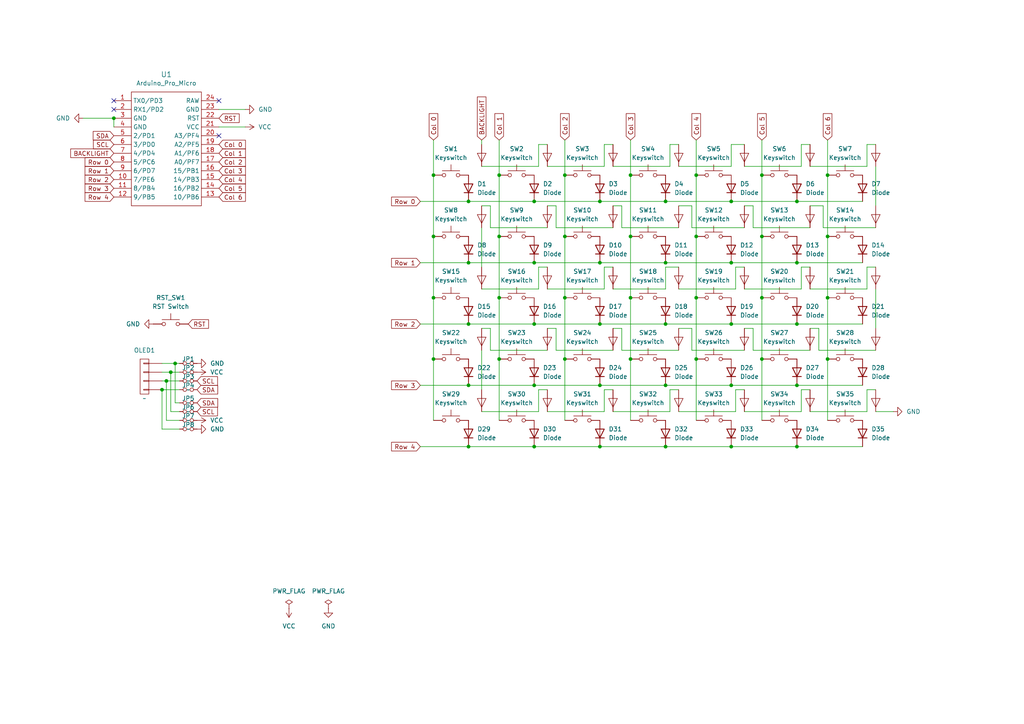
<source format=kicad_sch>
(kicad_sch (version 20230121) (generator eeschema)
  (paper "A4")
  (lib_symbols
    (symbol "Sigzil:Sigzil_Diode" (pin_numbers hide) (pin_names hide)
      (property "Reference" "D" (at 0 0 0))
      (property "Value" "Diode" (at 0 -5.08 0))
      (symbol "Sigzil_Diode_0_1"
        (polyline (pts (xy 0 -1.27) (xy 0 -3.81)) (stroke (width 0.254)))
        (polyline (pts (xy 2.54 -2.54) (xy 0 -2.54)))
        (polyline (pts (xy 2.54 -1.27) (xy 2.54 -3.81) (xy 0 -2.54) (xy 2.54 -1.27)) (stroke (width 0.254)))
      )
      (symbol "Sigzil_Diode_1_1"
        (pin passive line (at -2.54 -2.54 0) (length 2.54) (name "K") (number "1"))
        (pin passive line (at 5.08 -2.54 180) (length 2.54) (name "A") (number "2"))
      )
    )
    (symbol "Sigzil:Sigzil_Jumper" (pin_numbers hide) (pin_names hide)
      (property "Reference" "JP" (at 0 -1.27 0))
      (symbol "Sigzil_Jumper_0_1"
        (circle (center -1.016 0) (radius 0.508))
        (circle (center 1.016 0) (radius 0.508))
        (pin passive line (at -2.54 0 0) (length 1.016) (name "1") (number "1"))
        (pin passive line (at 2.54 0 180) (length 1.016) (name "2") (number "2"))
      )
    )
    (symbol "Sigzil:Sigzil_Keyswitch" (pin_numbers hide) (pin_names hide)
      (property "Reference" "SW" (at 2.54 2.54 0))
      (property "Value" "Keyswitch" (at 0 -2.54 0))
      (symbol "Sigzil_Keyswitch_0_1"
        (circle (center -2.032 0) (radius 0.508))
        (polyline (pts (xy 0 1.27) (xy 0 3.048)))
        (polyline (pts (xy 2.54 1.27) (xy -2.54 1.27)))
        (polyline (pts (xy 8.89 5.08) (xy 8.89 6.35)))
        (polyline (pts (xy 10.16 6.35) (xy 8.89 3.81) (xy 7.62 6.35) (xy 10.16 6.35)))
        (circle (center 2.032 0) (radius 0.508))
        (pin passive line (at -5.08 0 0) (length 2.54) (name "1") (number "1"))
        (pin passive line (at 5.08 0 180) (length 2.54) (name "2") (number "2"))
      )
      (symbol "Sigzil_Keyswitch_1_1"
        (pin passive line (at 8.89 8.89 270) (length 2.54) (name "") (number "3"))
        (pin passive line (at 8.89 2.54 90) (length 2.54) (name "") (number "4"))
      )
    )
    (symbol "Sigzil:Sigzil_OLED" (pin_numbers hide) (pin_names hide)
      (property "Reference" "OLED" (at 0 6.35 0))
      (symbol "Sigzil_OLED_0_1"
        (rectangle (start -1.27 -3.683) (end 0.254 -3.937))
        (rectangle (start -1.27 -1.143) (end 0.254 -1.397))
        (rectangle (start -1.27 1.397) (end 0.254 1.143))
        (rectangle (start -1.27 3.937) (end 0.254 3.683))
        (rectangle (start -1.27 5.08) (end 1.27 -5.08))
      )
      (symbol "Sigzil_OLED_1_1"
        (pin passive line (at -5.08 3.81 0) (length 3.81) (name "P1") (number "1"))
        (pin passive line (at -5.08 1.27 0) (length 3.81) (name "P2") (number "2"))
        (pin passive line (at -5.08 -1.27 0) (length 3.81) (name "P3") (number "3"))
        (pin passive line (at -5.08 -3.81 0) (length 3.81) (name "P4") (number "4"))
      )
    )
    (symbol "Sigzil:Sigzil_Pro_Micro"
      (property "Reference" "U" (at 0 0 0))
      (property "Value" "Arduino_Pro_Micro" (at 0 -17.78 0))
      (symbol "Sigzil_Pro_Micro_0_1"
        (rectangle (start -10.16 16.51) (end 10.16 -16.51))
      )
      (symbol "Sigzil_Pro_Micro_1_1"
        (pin input line (at -15.24 13.97 0) (length 5.08) (name "TX0/PD3") (number "1"))
        (pin input line (at -15.24 -8.89 0) (length 5.08) (name "7/PE6") (number "10"))
        (pin input line (at -15.24 -11.43 0) (length 5.08) (name "8/PB4") (number "11"))
        (pin input line (at -15.24 -13.97 0) (length 5.08) (name "9/PB5") (number "12"))
        (pin input line (at 15.24 -13.97 180) (length 5.08) (name "10/PB6") (number "13"))
        (pin input line (at 15.24 -11.43 180) (length 5.08) (name "16/PB2") (number "14"))
        (pin input line (at 15.24 -8.89 180) (length 5.08) (name "14/PB3") (number "15"))
        (pin input line (at 15.24 -6.35 180) (length 5.08) (name "15/PB1") (number "16"))
        (pin input line (at 15.24 -3.81 180) (length 5.08) (name "A0/PF7") (number "17"))
        (pin input line (at 15.24 -1.27 180) (length 5.08) (name "A1/PF6") (number "18"))
        (pin input line (at 15.24 1.27 180) (length 5.08) (name "A2/PF5") (number "19"))
        (pin input line (at -15.24 11.43 0) (length 5.08) (name "RX1/PD2") (number "2"))
        (pin input line (at 15.24 3.81 180) (length 5.08) (name "A3/PF4") (number "20"))
        (pin input line (at 15.24 6.35 180) (length 5.08) (name "VCC") (number "21"))
        (pin input line (at 15.24 8.89 180) (length 5.08) (name "RST") (number "22"))
        (pin input line (at 15.24 11.43 180) (length 5.08) (name "GND") (number "23"))
        (pin input line (at 15.24 13.97 180) (length 5.08) (name "RAW") (number "24"))
        (pin input line (at -15.24 8.89 0) (length 5.08) (name "GND") (number "3"))
        (pin input line (at -15.24 6.35 0) (length 5.08) (name "GND") (number "4"))
        (pin input line (at -15.24 3.81 0) (length 5.08) (name "2/PD1") (number "5"))
        (pin input line (at -15.24 1.27 0) (length 5.08) (name "3/PD0") (number "6"))
        (pin input line (at -15.24 -1.27 0) (length 5.08) (name "4/PD4") (number "7"))
        (pin input line (at -15.24 -3.81 0) (length 5.08) (name "5/PC6") (number "8"))
        (pin input line (at -15.24 -6.35 0) (length 5.08) (name "6/PD7") (number "9"))
      )
    )
    (symbol "Sigzil:Sigzil_RST_Switch" (pin_numbers hide) (pin_names hide)
      (property "Reference" "RST_SW" (at 0 3.81 0))
      (property "Value" "RST Switch" (at 0 -2.54 0))
      (symbol "Sigzil_RST_Switch_0_1"
        (circle (center -2.032 0) (radius 0.508))
        (polyline (pts (xy 0 1.27) (xy 0 3.048)))
        (polyline (pts (xy 2.54 1.27) (xy -2.54 1.27)))
        (circle (center 2.032 0) (radius 0.508))
        (pin passive line (at -5.08 0 0) (length 2.54) (name "1") (number "1"))
        (pin passive line (at 5.08 0 180) (length 2.54) (name "2") (number "2"))
      )
    )
    (symbol "power:GND" (power) (pin_names (offset 0))
      (property "Value" "GND" (at 0 -3.81 0))
      (symbol "GND_0_1"
        (polyline (pts (xy 0 0) (xy 0 -1.27) (xy 1.27 -1.27) (xy 0 -2.54) (xy -1.27 -1.27) (xy 0 -1.27)))
      )
      (symbol "GND_1_1"
        (pin power_in line (at 0 0 270) (length 0) hide (name "GND") (number "1"))
      )
    )
    (symbol "power:PWR_FLAG" (power) (pin_numbers hide) (pin_names (offset 0) hide)
      (property "Value" "PWR_FLAG" (at 0 3.81 0))
      (symbol "PWR_FLAG_0_0"
        (pin power_out line (at 0 0 90) (length 0) (name "pwr") (number "1"))
      )
      (symbol "PWR_FLAG_0_1"
        (polyline (pts (xy 0 0) (xy 0 1.27) (xy -1.016 1.905) (xy 0 2.54) (xy 1.016 1.905) (xy 0 1.27)))
      )
    )
    (symbol "power:VCC" (power) (pin_names (offset 0))
      (property "Value" "VCC" (at 0 3.81 0))
      (symbol "VCC_0_1"
        (polyline (pts (xy -0.762 1.27) (xy 0 2.54)))
        (polyline (pts (xy 0 0) (xy 0 2.54)))
        (polyline (pts (xy 0 2.54) (xy 0.762 1.27)))
      )
      (symbol "VCC_1_1"
        (pin power_in line (at 0 0 90) (length 0) hide (name "VCC") (number "1"))
      )
    )
  )
  (junction (at 144.78 68.58))
  (junction (at 193.04 93.98))
  (junction (at 163.83 86.36))
  (junction (at 240.03 50.8))
  (junction (at 154.94 129.54))
  (junction (at 193.04 111.76))
  (junction (at 135.89 93.98))
  (junction (at 163.83 68.58))
  (junction (at 182.88 86.36))
  (junction (at 193.04 76.2))
  (junction (at 125.73 68.58))
  (junction (at 240.03 104.14))
  (junction (at 231.14 111.76))
  (junction (at 163.83 50.8))
  (junction (at 135.89 76.2))
  (junction (at 125.73 50.8))
  (junction (at 135.89 129.54))
  (junction (at 125.73 104.14))
  (junction (at 212.09 111.76))
  (junction (at 182.88 50.8))
  (junction (at 220.98 104.14))
  (junction (at 144.78 104.14))
  (junction (at 33.02 34.29))
  (junction (at 182.88 68.58))
  (junction (at 220.98 50.8))
  (junction (at 173.99 58.42))
  (junction (at 173.99 93.98))
  (junction (at 46.99 113.03))
  (junction (at 173.99 76.2))
  (junction (at 201.93 50.8))
  (junction (at 173.99 111.76))
  (junction (at 212.09 129.54))
  (junction (at 220.98 68.58))
  (junction (at 48.26 110.49))
  (junction (at 163.83 104.14))
  (junction (at 231.14 58.42))
  (junction (at 49.53 107.95))
  (junction (at 144.78 50.8))
  (junction (at 154.94 93.98))
  (junction (at 135.89 111.76))
  (junction (at 201.93 68.58))
  (junction (at 201.93 86.36))
  (junction (at 135.89 58.42))
  (junction (at 193.04 58.42))
  (junction (at 154.94 76.2))
  (junction (at 212.09 58.42))
  (junction (at 144.78 86.36))
  (junction (at 182.88 104.14))
  (junction (at 154.94 58.42))
  (junction (at 231.14 93.98))
  (junction (at 173.99 129.54))
  (junction (at 212.09 76.2))
  (junction (at 240.03 68.58))
  (junction (at 125.73 86.36))
  (junction (at 220.98 86.36))
  (junction (at 231.14 76.2))
  (junction (at 201.93 104.14))
  (junction (at 231.14 129.54))
  (junction (at 240.03 86.36))
  (junction (at 154.94 111.76))
  (junction (at 193.04 129.54))
  (junction (at 212.09 93.98))
  (junction (at 50.8 105.41))
  (no_connect (at 63.5 29.21))
  (no_connect (at 63.5 39.37))
  (no_connect (at 33.02 31.75))
  (no_connect (at 33.02 29.21))
  (wire (pts (xy 237.49 95.25) (xy 234.95 95.25)))
  (wire (pts (xy 161.29 66.04) (xy 161.29 59.69)))
  (wire (pts (xy 154.94 58.42) (xy 173.99 58.42)))
  (wire (pts (xy 50.8 116.84) (xy 50.8 105.41)))
  (wire (pts (xy 231.14 93.98) (xy 250.19 93.98)))
  (wire (pts (xy 193.04 58.42) (xy 212.09 58.42)))
  (wire (pts (xy 163.83 104.14) (xy 163.83 121.92)))
  (wire (pts (xy 215.9 83.82) (xy 232.41 83.82)))
  (wire (pts (xy 251.46 77.47) (xy 254 77.47)))
  (wire (pts (xy 48.26 110.49) (xy 48.26 121.92)))
  (wire (pts (xy 175.26 77.47) (xy 177.8 77.47)))
  (wire (pts (xy 135.89 76.2) (xy 154.94 76.2)))
  (wire (pts (xy 161.29 101.6) (xy 161.29 95.25)))
  (wire (pts (xy 194.31 48.26) (xy 194.31 41.91)))
  (wire (pts (xy 142.24 101.6) (xy 142.24 95.25)))
  (wire (pts (xy 163.83 50.8) (xy 163.83 68.58)))
  (wire (pts (xy 135.89 58.42) (xy 154.94 58.42)))
  (wire (pts (xy 220.98 40.64) (xy 220.98 50.8)))
  (wire (pts (xy 196.85 119.38) (xy 213.36 119.38)))
  (wire (pts (xy 177.8 48.26) (xy 194.31 48.26)))
  (wire (pts (xy 156.21 41.91) (xy 158.75 41.91)))
  (wire (pts (xy 238.76 59.69) (xy 234.95 59.69)))
  (wire (pts (xy 212.09 76.2) (xy 231.14 76.2)))
  (wire (pts (xy 48.26 110.49) (xy 52.07 110.49)))
  (wire (pts (xy 196.85 66.04) (xy 180.34 66.04)))
  (wire (pts (xy 154.94 111.76) (xy 173.99 111.76)))
  (wire (pts (xy 200.66 101.6) (xy 200.66 95.25)))
  (wire (pts (xy 193.04 93.98) (xy 212.09 93.98)))
  (wire (pts (xy 177.8 83.82) (xy 193.04 83.82)))
  (wire (pts (xy 175.26 41.91) (xy 177.8 41.91)))
  (wire (pts (xy 177.8 101.6) (xy 161.29 101.6)))
  (wire (pts (xy 182.88 68.58) (xy 182.88 86.36)))
  (wire (pts (xy 125.73 104.14) (xy 125.73 121.92)))
  (wire (pts (xy 194.31 119.38) (xy 194.31 113.03)))
  (wire (pts (xy 193.04 129.54) (xy 212.09 129.54)))
  (wire (pts (xy 231.14 111.76) (xy 250.19 111.76)))
  (wire (pts (xy 173.99 111.76) (xy 193.04 111.76)))
  (wire (pts (xy 180.34 95.25) (xy 177.8 95.25)))
  (wire (pts (xy 251.46 119.38) (xy 251.46 113.03)))
  (wire (pts (xy 232.41 119.38) (xy 232.41 113.03)))
  (wire (pts (xy 139.7 101.6) (xy 139.7 113.03)))
  (wire (pts (xy 200.66 59.69) (xy 196.85 59.69)))
  (wire (pts (xy 142.24 59.69) (xy 139.7 59.69)))
  (wire (pts (xy 46.99 110.49) (xy 48.26 110.49)))
  (wire (pts (xy 49.53 107.95) (xy 52.07 107.95)))
  (wire (pts (xy 173.99 76.2) (xy 193.04 76.2)))
  (wire (pts (xy 177.8 119.38) (xy 194.31 119.38)))
  (wire (pts (xy 196.85 101.6) (xy 180.34 101.6)))
  (wire (pts (xy 232.41 48.26) (xy 232.41 41.91)))
  (wire (pts (xy 212.09 58.42) (xy 231.14 58.42)))
  (wire (pts (xy 251.46 41.91) (xy 254 41.91)))
  (wire (pts (xy 139.7 119.38) (xy 156.21 119.38)))
  (wire (pts (xy 144.78 104.14) (xy 144.78 121.92)))
  (wire (pts (xy 125.73 40.64) (xy 125.73 50.8)))
  (wire (pts (xy 48.26 121.92) (xy 52.07 121.92)))
  (wire (pts (xy 46.99 113.03) (xy 46.99 124.46)))
  (wire (pts (xy 215.9 119.38) (xy 232.41 119.38)))
  (wire (pts (xy 215.9 101.6) (xy 200.66 101.6)))
  (wire (pts (xy 163.83 40.64) (xy 163.83 50.8)))
  (wire (pts (xy 158.75 101.6) (xy 142.24 101.6)))
  (wire (pts (xy 218.44 101.6) (xy 218.44 95.25)))
  (wire (pts (xy 182.88 86.36) (xy 182.88 104.14)))
  (wire (pts (xy 231.14 58.42) (xy 250.19 58.42)))
  (wire (pts (xy 135.89 93.98) (xy 154.94 93.98)))
  (wire (pts (xy 234.95 83.82) (xy 251.46 83.82)))
  (wire (pts (xy 139.7 48.26) (xy 156.21 48.26)))
  (wire (pts (xy 182.88 50.8) (xy 182.88 68.58)))
  (wire (pts (xy 218.44 66.04) (xy 218.44 59.69)))
  (wire (pts (xy 220.98 104.14) (xy 220.98 121.92)))
  (wire (pts (xy 163.83 86.36) (xy 163.83 104.14)))
  (wire (pts (xy 139.7 83.82) (xy 156.21 83.82)))
  (wire (pts (xy 254 119.38) (xy 259.08 119.38)))
  (wire (pts (xy 46.99 105.41) (xy 50.8 105.41)))
  (wire (pts (xy 232.41 83.82) (xy 232.41 77.47)))
  (wire (pts (xy 240.03 68.58) (xy 240.03 86.36)))
  (wire (pts (xy 49.53 119.38) (xy 52.07 119.38)))
  (wire (pts (xy 254 48.26) (xy 254 59.69)))
  (wire (pts (xy 46.99 124.46) (xy 52.07 124.46)))
  (wire (pts (xy 196.85 48.26) (xy 212.09 48.26)))
  (wire (pts (xy 154.94 76.2) (xy 173.99 76.2)))
  (wire (pts (xy 220.98 68.58) (xy 220.98 86.36)))
  (wire (pts (xy 213.36 77.47) (xy 215.9 77.47)))
  (wire (pts (xy 177.8 66.04) (xy 161.29 66.04)))
  (wire (pts (xy 234.95 119.38) (xy 251.46 119.38)))
  (wire (pts (xy 212.09 93.98) (xy 231.14 93.98)))
  (wire (pts (xy 135.89 111.76) (xy 154.94 111.76)))
  (wire (pts (xy 212.09 41.91) (xy 215.9 41.91)))
  (wire (pts (xy 33.02 34.29) (xy 33.02 36.83)))
  (wire (pts (xy 144.78 50.8) (xy 144.78 68.58)))
  (wire (pts (xy 175.26 48.26) (xy 175.26 41.91)))
  (wire (pts (xy 182.88 40.64) (xy 182.88 50.8)))
  (wire (pts (xy 212.09 129.54) (xy 231.14 129.54)))
  (wire (pts (xy 251.46 113.03) (xy 254 113.03)))
  (wire (pts (xy 240.03 104.14) (xy 240.03 121.92)))
  (wire (pts (xy 158.75 48.26) (xy 175.26 48.26)))
  (wire (pts (xy 121.92 58.42) (xy 135.89 58.42)))
  (wire (pts (xy 175.26 83.82) (xy 175.26 77.47)))
  (wire (pts (xy 50.8 105.41) (xy 52.07 105.41)))
  (wire (pts (xy 232.41 77.47) (xy 234.95 77.47)))
  (wire (pts (xy 125.73 68.58) (xy 125.73 86.36)))
  (wire (pts (xy 144.78 68.58) (xy 144.78 86.36)))
  (wire (pts (xy 158.75 66.04) (xy 142.24 66.04)))
  (wire (pts (xy 180.34 59.69) (xy 177.8 59.69)))
  (wire (pts (xy 139.7 66.04) (xy 139.7 77.47)))
  (wire (pts (xy 201.93 68.58) (xy 201.93 86.36)))
  (wire (pts (xy 156.21 48.26) (xy 156.21 41.91)))
  (wire (pts (xy 232.41 41.91) (xy 234.95 41.91)))
  (wire (pts (xy 139.7 95.25) (xy 142.24 95.25)))
  (wire (pts (xy 156.21 83.82) (xy 156.21 77.47)))
  (wire (pts (xy 201.93 50.8) (xy 201.93 68.58)))
  (wire (pts (xy 194.31 41.91) (xy 196.85 41.91)))
  (wire (pts (xy 220.98 86.36) (xy 220.98 104.14)))
  (wire (pts (xy 156.21 119.38) (xy 156.21 113.03)))
  (wire (pts (xy 125.73 86.36) (xy 125.73 104.14)))
  (wire (pts (xy 154.94 129.54) (xy 173.99 129.54)))
  (wire (pts (xy 182.88 104.14) (xy 182.88 121.92)))
  (wire (pts (xy 142.24 66.04) (xy 142.24 59.69)))
  (wire (pts (xy 125.73 50.8) (xy 125.73 68.58)))
  (wire (pts (xy 135.89 129.54) (xy 154.94 129.54)))
  (wire (pts (xy 121.92 93.98) (xy 135.89 93.98)))
  (wire (pts (xy 180.34 101.6) (xy 180.34 95.25)))
  (wire (pts (xy 52.07 116.84) (xy 50.8 116.84)))
  (wire (pts (xy 251.46 83.82) (xy 251.46 77.47)))
  (wire (pts (xy 161.29 95.25) (xy 158.75 95.25)))
  (wire (pts (xy 240.03 50.8) (xy 240.03 68.58)))
  (wire (pts (xy 63.5 36.83) (xy 71.12 36.83)))
  (wire (pts (xy 193.04 77.47) (xy 196.85 77.47)))
  (wire (pts (xy 200.66 95.25) (xy 196.85 95.25)))
  (wire (pts (xy 163.83 68.58) (xy 163.83 86.36)))
  (wire (pts (xy 251.46 48.26) (xy 251.46 41.91)))
  (wire (pts (xy 218.44 95.25) (xy 215.9 95.25)))
  (wire (pts (xy 254 101.6) (xy 237.49 101.6)))
  (wire (pts (xy 237.49 101.6) (xy 237.49 95.25)))
  (wire (pts (xy 215.9 48.26) (xy 232.41 48.26)))
  (wire (pts (xy 139.7 40.64) (xy 139.7 41.91)))
  (wire (pts (xy 63.5 31.75) (xy 71.12 31.75)))
  (wire (pts (xy 193.04 76.2) (xy 212.09 76.2)))
  (wire (pts (xy 201.93 104.14) (xy 201.93 121.92)))
  (wire (pts (xy 144.78 86.36) (xy 144.78 104.14)))
  (wire (pts (xy 231.14 76.2) (xy 250.19 76.2)))
  (wire (pts (xy 212.09 111.76) (xy 231.14 111.76)))
  (wire (pts (xy 24.13 34.29) (xy 33.02 34.29)))
  (wire (pts (xy 180.34 66.04) (xy 180.34 59.69)))
  (wire (pts (xy 156.21 77.47) (xy 158.75 77.47)))
  (wire (pts (xy 254 66.04) (xy 238.76 66.04)))
  (wire (pts (xy 144.78 40.64) (xy 144.78 50.8)))
  (wire (pts (xy 161.29 59.69) (xy 158.75 59.69)))
  (wire (pts (xy 200.66 66.04) (xy 200.66 59.69)))
  (wire (pts (xy 158.75 119.38) (xy 175.26 119.38)))
  (wire (pts (xy 213.36 83.82) (xy 213.36 77.47)))
  (wire (pts (xy 196.85 83.82) (xy 213.36 83.82)))
  (wire (pts (xy 240.03 86.36) (xy 240.03 104.14)))
  (wire (pts (xy 46.99 107.95) (xy 49.53 107.95)))
  (wire (pts (xy 158.75 83.82) (xy 175.26 83.82)))
  (wire (pts (xy 254 83.82) (xy 254 95.25)))
  (wire (pts (xy 232.41 113.03) (xy 234.95 113.03)))
  (wire (pts (xy 49.53 119.38) (xy 49.53 107.95)))
  (wire (pts (xy 234.95 66.04) (xy 218.44 66.04)))
  (wire (pts (xy 201.93 40.64) (xy 201.93 50.8)))
  (wire (pts (xy 193.04 83.82) (xy 193.04 77.47)))
  (wire (pts (xy 213.36 119.38) (xy 213.36 113.03)))
  (wire (pts (xy 231.14 129.54) (xy 250.19 129.54)))
  (wire (pts (xy 156.21 113.03) (xy 158.75 113.03)))
  (wire (pts (xy 238.76 66.04) (xy 238.76 59.69)))
  (wire (pts (xy 234.95 101.6) (xy 218.44 101.6)))
  (wire (pts (xy 173.99 93.98) (xy 193.04 93.98)))
  (wire (pts (xy 173.99 58.42) (xy 193.04 58.42)))
  (wire (pts (xy 194.31 113.03) (xy 196.85 113.03)))
  (wire (pts (xy 175.26 119.38) (xy 175.26 113.03)))
  (wire (pts (xy 46.99 113.03) (xy 52.07 113.03)))
  (wire (pts (xy 212.09 48.26) (xy 212.09 41.91)))
  (wire (pts (xy 173.99 129.54) (xy 193.04 129.54)))
  (wire (pts (xy 215.9 66.04) (xy 200.66 66.04)))
  (wire (pts (xy 240.03 40.64) (xy 240.03 50.8)))
  (wire (pts (xy 220.98 50.8) (xy 220.98 68.58)))
  (wire (pts (xy 234.95 48.26) (xy 251.46 48.26)))
  (wire (pts (xy 213.36 113.03) (xy 215.9 113.03)))
  (wire (pts (xy 193.04 111.76) (xy 212.09 111.76)))
  (wire (pts (xy 121.92 111.76) (xy 135.89 111.76)))
  (wire (pts (xy 121.92 129.54) (xy 135.89 129.54)))
  (wire (pts (xy 218.44 59.69) (xy 215.9 59.69)))
  (wire (pts (xy 154.94 93.98) (xy 173.99 93.98)))
  (wire (pts (xy 175.26 113.03) (xy 177.8 113.03)))
  (wire (pts (xy 121.92 76.2) (xy 135.89 76.2)))
  (wire (pts (xy 201.93 86.36) (xy 201.93 104.14)))
  (global_label "Col 3" (shape input) (at 182.88 40.64 90) (property "Intersheetrefs" "${INTERSHEET_REFS}" (effects hide)))
  (global_label "SCL" (shape input) (at 57.15 119.38 0) (property "Intersheetrefs" "${INTERSHEET_REFS}" (effects hide)))
  (global_label "SCL" (shape input) (at 33.02 41.91 180) (property "Intersheetrefs" "${INTERSHEET_REFS}" (effects hide)))
  (global_label "Row 4" (shape input) (at 121.92 129.54 180) (property "Intersheetrefs" "${INTERSHEET_REFS}" (effects hide)))
  (global_label "SDA" (shape input) (at 57.15 113.03 0) (property "Intersheetrefs" "${INTERSHEET_REFS}" (effects hide)))
  (global_label "Row 1" (shape input) (at 33.02 49.53 180) (property "Intersheetrefs" "${INTERSHEET_REFS}" (effects hide)))
  (global_label "Col 0" (shape input) (at 63.5 41.91 0) (property "Intersheetrefs" "${INTERSHEET_REFS}" (effects hide)))
  (global_label "RST" (shape input) (at 54.61 93.98 0) (property "Intersheetrefs" "${INTERSHEET_REFS}" (effects hide)))
  (global_label "Row 1" (shape input) (at 121.92 76.2 180) (property "Intersheetrefs" "${INTERSHEET_REFS}" (effects hide)))
  (global_label "Row 4" (shape input) (at 33.02 57.15 180) (property "Intersheetrefs" "${INTERSHEET_REFS}" (effects hide)))
  (global_label "Col 3" (shape input) (at 63.5 49.53 0) (property "Intersheetrefs" "${INTERSHEET_REFS}" (effects hide)))
  (global_label "Col 1" (shape input) (at 63.5 44.45 0) (property "Intersheetrefs" "${INTERSHEET_REFS}" (effects hide)))
  (global_label "Col 5" (shape input) (at 220.98 40.64 90) (property "Intersheetrefs" "${INTERSHEET_REFS}" (effects hide)))
  (global_label "Row 0" (shape input) (at 121.92 58.42 180) (property "Intersheetrefs" "${INTERSHEET_REFS}" (effects hide)))
  (global_label "Col 2" (shape input) (at 163.83 40.64 90) (property "Intersheetrefs" "${INTERSHEET_REFS}" (effects hide)))
  (global_label "Row 2" (shape input) (at 121.92 93.98 180) (property "Intersheetrefs" "${INTERSHEET_REFS}" (effects hide)))
  (global_label "Col 0" (shape input) (at 125.73 40.64 90) (property "Intersheetrefs" "${INTERSHEET_REFS}" (effects hide)))
  (global_label "Col 6" (shape input) (at 240.03 40.64 90) (property "Intersheetrefs" "${INTERSHEET_REFS}" (effects hide)))
  (global_label "Row 3" (shape input) (at 121.92 111.76 180) (property "Intersheetrefs" "${INTERSHEET_REFS}" (effects hide)))
  (global_label "Row 2" (shape input) (at 33.02 52.07 180) (property "Intersheetrefs" "${INTERSHEET_REFS}" (effects hide)))
  (global_label "SDA" (shape input) (at 33.02 39.37 180) (property "Intersheetrefs" "${INTERSHEET_REFS}" (effects hide)))
  (global_label "SCL" (shape input) (at 57.15 110.49 0) (property "Intersheetrefs" "${INTERSHEET_REFS}" (effects hide)))
  (global_label "Col 2" (shape input) (at 63.5 46.99 0) (property "Intersheetrefs" "${INTERSHEET_REFS}" (effects hide)))
  (global_label "Col 4" (shape input) (at 63.5 52.07 0) (property "Intersheetrefs" "${INTERSHEET_REFS}" (effects hide)))
  (global_label "Col 1" (shape input) (at 144.78 40.64 90) (property "Intersheetrefs" "${INTERSHEET_REFS}" (effects hide)))
  (global_label "Col 5" (shape input) (at 63.5 54.61 0) (property "Intersheetrefs" "${INTERSHEET_REFS}" (effects hide)))
  (global_label "Row 0" (shape input) (at 33.02 46.99 180) (property "Intersheetrefs" "${INTERSHEET_REFS}" (effects hide)))
  (global_label "RST" (shape input) (at 63.5 34.29 0) (property "Intersheetrefs" "${INTERSHEET_REFS}" (effects hide)))
  (global_label "BACKLIGHT" (shape input) (at 33.02 44.45 180) (property "Intersheetrefs" "${INTERSHEET_REFS}" (effects hide)))
  (global_label "Col 6" (shape input) (at 63.5 57.15 0) (property "Intersheetrefs" "${INTERSHEET_REFS}" (effects hide)))
  (global_label "Row 3" (shape input) (at 33.02 54.61 180) (property "Intersheetrefs" "${INTERSHEET_REFS}" (effects hide)))
  (global_label "SDA" (shape input) (at 57.15 116.84 0) (property "Intersheetrefs" "${INTERSHEET_REFS}" (effects hide)))
  (global_label "Col 4" (shape input) (at 201.93 40.64 90) (property "Intersheetrefs" "${INTERSHEET_REFS}" (effects hide)))
  (global_label "BACKLIGHT" (shape input) (at 139.7 40.64 90) (property "Intersheetrefs" "${INTERSHEET_REFS}" (effects hide)))
  (symbol (lib_id "Sigzil:Sigzil_Keyswitch") (at 226.06 50.8 0) (unit 1)
    (property "Reference" "SW6" (at 226.06 43.18 0))
    (property "Value" "Keyswitch" (at 226.06 45.72 0))
    (property "Footprint" "Sigzil:MXOnly_Led_1.00u" (effects hide))
  )
  (symbol (lib_id "Sigzil:Sigzil_Keyswitch") (at 187.96 121.92 0) (unit 1)
    (property "Reference" "SW32" (at 187.96 114.3 0))
    (property "Value" "Keyswitch" (at 187.96 116.84 0))
    (property "Footprint" "Sigzil:MXOnly_Led_1.00u" (effects hide))
  )
  (symbol (lib_id "Sigzil:Sigzil_Keyswitch") (at 187.96 68.58 0) (unit 1)
    (property "Reference" "SW11" (at 187.96 60.96 0))
    (property "Value" "Keyswitch" (at 187.96 63.5 0))
    (property "Footprint" "Sigzil:MXOnly_Led_1.00u" (effects hide))
  )
  (symbol (lib_id "Sigzil:Sigzil_Keyswitch") (at 149.86 86.36 0) (unit 1)
    (property "Reference" "SW16" (at 149.86 78.74 0))
    (property "Value" "Keyswitch" (at 149.86 81.28 0))
    (property "Footprint" "Sigzil:MXOnly_Led_1.00u" (effects hide))
  )
  (symbol (lib_id "Sigzil:Sigzil_OLED") (at 41.91 109.22 180) (unit 1)
    (property "Reference" "OLED1" (at 41.91 101.6 0))
    (property "Value" "~" (at 41.91 115.57 0))
    (property "Footprint" "Sigzil:OLED_4Pin" (effects hide))
  )
  (symbol (lib_id "Sigzil:Sigzil_Diode") (at 228.6 127 90) (unit 1)
    (property "Reference" "D34" (at 233.68 124.46 90) (effects (justify right)))
    (property "Value" "Diode" (at 233.68 127 90) (effects (justify right)))
    (property "Footprint" "Sigzil:Diode_TH_SOD123" (effects hide))
    (property "Sim.Device" "D" (effects hide))
    (property "Sim.Pins" "1=K 2=A" (effects hide))
  )
  (symbol (lib_id "Sigzil:Sigzil_Keyswitch") (at 245.11 121.92 0) (unit 1)
    (property "Reference" "SW35" (at 245.11 114.3 0))
    (property "Value" "Keyswitch" (at 245.11 116.84 0))
    (property "Footprint" "Sigzil:MXOnly_Led_1.25u_90deg" (effects hide))
  )
  (symbol (lib_id "Sigzil:Sigzil_Jumper") (at 54.61 113.03 0) (unit 1)
    (property "Reference" "JP4" (at 54.61 111.76 0))
    (property "Value" "~" (at 54.61 113.03 0))
    (property "Footprint" "Sigzil:Jumper" (effects hide))
  )
  (symbol (lib_id "Sigzil:Sigzil_RST_Switch") (at 49.53 93.98 0) (unit 1)
    (property "Reference" "RST_SW1" (at 49.53 86.36 0))
    (property "Value" "RST Switch" (at 49.53 88.9 0))
    (property "Footprint" "Sigzil:TACT_SWITCH_TVBP06" (effects hide))
  )
  (symbol (lib_id "Sigzil:Sigzil_Diode") (at 171.45 91.44 90) (unit 1)
    (property "Reference" "D17" (at 176.53 88.9 90) (effects (justify right)))
    (property "Value" "Diode" (at 176.53 91.44 90) (effects (justify right)))
    (property "Footprint" "Sigzil:Diode_TH_SOD123" (effects hide))
    (property "Sim.Device" "D" (effects hide))
    (property "Sim.Pins" "1=K 2=A" (effects hide))
  )
  (symbol (lib_id "Sigzil:Sigzil_Diode") (at 171.45 73.66 90) (unit 1)
    (property "Reference" "D10" (at 176.53 71.12 90) (effects (justify right)))
    (property "Value" "Diode" (at 176.53 73.66 90) (effects (justify right)))
    (property "Footprint" "Sigzil:Diode_TH_SOD123" (effects hide))
    (property "Sim.Device" "D" (effects hide))
    (property "Sim.Pins" "1=K 2=A" (effects hide))
  )
  (symbol (lib_id "Sigzil:Sigzil_Keyswitch") (at 168.91 104.14 0) (unit 1)
    (property "Reference" "SW24" (at 168.91 96.52 0))
    (property "Value" "Keyswitch" (at 168.91 99.06 0))
    (property "Footprint" "Sigzil:MXOnly_Led_1.00u" (effects hide))
  )
  (symbol (lib_id "Sigzil:Sigzil_Jumper") (at 54.61 107.95 0) (unit 1)
    (property "Reference" "JP2" (at 54.61 106.68 0))
    (property "Value" "~" (at 54.61 107.95 0))
    (property "Footprint" "Sigzil:Jumper" (effects hide))
  )
  (symbol (lib_id "Sigzil:Sigzil_Keyswitch") (at 207.01 68.58 0) (unit 1)
    (property "Reference" "SW12" (at 207.01 60.96 0))
    (property "Value" "Keyswitch" (at 207.01 63.5 0))
    (property "Footprint" "Sigzil:MXOnly_Led_1.00u" (effects hide))
  )
  (symbol (lib_id "Sigzil:Sigzil_Keyswitch") (at 187.96 104.14 0) (unit 1)
    (property "Reference" "SW25" (at 187.96 96.52 0))
    (property "Value" "Keyswitch" (at 187.96 99.06 0))
    (property "Footprint" "Sigzil:MXOnly_Led_1.00u" (effects hide))
  )
  (symbol (lib_id "Sigzil:Sigzil_Diode") (at 190.5 73.66 90) (unit 1)
    (property "Reference" "D11" (at 195.58 71.12 90) (effects (justify right)))
    (property "Value" "Diode" (at 195.58 73.66 90) (effects (justify right)))
    (property "Footprint" "Sigzil:Diode_TH_SOD123" (effects hide))
    (property "Sim.Device" "D" (effects hide))
    (property "Sim.Pins" "1=K 2=A" (effects hide))
  )
  (symbol (lib_id "Sigzil:Sigzil_Keyswitch") (at 245.11 68.58 0) (unit 1)
    (property "Reference" "SW14" (at 245.11 60.96 0))
    (property "Value" "Keyswitch" (at 245.11 63.5 0))
    (property "Footprint" "Sigzil:MXOnly_Led_1.25u_90deg" (effects hide))
  )
  (symbol (lib_id "Sigzil:Sigzil_Diode") (at 133.35 109.22 90) (unit 1)
    (property "Reference" "D22" (at 138.43 106.68 90) (effects (justify right)))
    (property "Value" "Diode" (at 138.43 109.22 90) (effects (justify right)))
    (property "Footprint" "Sigzil:Diode_TH_SOD123" (effects hide))
    (property "Sim.Device" "D" (effects hide))
    (property "Sim.Pins" "1=K 2=A" (effects hide))
  )
  (symbol (lib_id "Sigzil:Sigzil_Keyswitch") (at 187.96 86.36 0) (unit 1)
    (property "Reference" "SW18" (at 187.96 78.74 0))
    (property "Value" "Keyswitch" (at 187.96 81.28 0))
    (property "Footprint" "Sigzil:MXOnly_Led_1.00u" (effects hide))
  )
  (symbol (lib_id "power:VCC") (at 71.12 36.83 270) (unit 1)
    (property "Reference" "#PWR03" (effects hide))
    (property "Value" "VCC" (at 74.93 36.83 90) (effects (justify left)))
  )
  (symbol (lib_id "power:GND") (at 44.45 93.98 270) (unit 1)
    (property "Reference" "#PWR06" (effects hide))
    (property "Value" "GND" (at 40.64 93.98 90) (effects (justify right)))
  )
  (symbol (lib_id "Sigzil:Sigzil_Keyswitch") (at 226.06 121.92 0) (unit 1)
    (property "Reference" "SW34" (at 226.06 114.3 0))
    (property "Value" "Keyswitch" (at 226.06 116.84 0))
    (property "Footprint" "Sigzil:MXOnly_Led_1.25u_90deg" (effects hide))
  )
  (symbol (lib_id "Sigzil:Sigzil_Diode") (at 247.65 55.88 90) (unit 1)
    (property "Reference" "D7" (at 252.73 53.34 90) (effects (justify right)))
    (property "Value" "Diode" (at 252.73 55.88 90) (effects (justify right)))
    (property "Footprint" "Sigzil:Diode_TH_SOD123" (effects hide))
    (property "Sim.Device" "D" (effects hide))
    (property "Sim.Pins" "1=K 2=A" (effects hide))
  )
  (symbol (lib_id "Sigzil:Sigzil_Keyswitch") (at 245.11 50.8 0) (unit 1)
    (property "Reference" "SW7" (at 245.11 43.18 0))
    (property "Value" "Keyswitch" (at 245.11 45.72 0))
    (property "Footprint" "Sigzil:MXOnly_Led_1.00u" (effects hide))
  )
  (symbol (lib_id "Sigzil:Sigzil_Jumper") (at 54.61 116.84 0) (unit 1)
    (property "Reference" "JP5" (at 54.61 115.57 0))
    (property "Value" "~" (at 54.61 116.84 0))
    (property "Footprint" "Sigzil:Jumper" (effects hide))
  )
  (symbol (lib_id "power:GND") (at 259.08 119.38 90) (unit 1)
    (property "Reference" "#PWR011" (effects hide))
    (property "Value" "GND" (at 262.89 119.38 90) (effects (justify right)))
  )
  (symbol (lib_id "Sigzil:Sigzil_Diode") (at 228.6 91.44 90) (unit 1)
    (property "Reference" "D20" (at 233.68 88.9 90) (effects (justify right)))
    (property "Value" "Diode" (at 233.68 91.44 90) (effects (justify right)))
    (property "Footprint" "Sigzil:Diode_TH_SOD123" (effects hide))
    (property "Sim.Device" "D" (effects hide))
    (property "Sim.Pins" "1=K 2=A" (effects hide))
  )
  (symbol (lib_id "power:GND") (at 24.13 34.29 270) (unit 1)
    (property "Reference" "#PWR01" (effects hide))
    (property "Value" "GND" (at 20.32 34.29 90) (effects (justify right)))
  )
  (symbol (lib_id "power:GND") (at 71.12 31.75 90) (unit 1)
    (property "Reference" "#PWR02" (effects hide))
    (property "Value" "GND" (at 74.93 31.75 90) (effects (justify right)))
  )
  (symbol (lib_id "Sigzil:Sigzil_Diode") (at 171.45 109.22 90) (unit 1)
    (property "Reference" "D24" (at 176.53 106.68 90) (effects (justify right)))
    (property "Value" "Diode" (at 176.53 109.22 90) (effects (justify right)))
    (property "Footprint" "Sigzil:Diode_TH_SOD123" (effects hide))
    (property "Sim.Device" "D" (effects hide))
    (property "Sim.Pins" "1=K 2=A" (effects hide))
  )
  (symbol (lib_id "Sigzil:Sigzil_Diode") (at 228.6 109.22 90) (unit 1)
    (property "Reference" "D27" (at 233.68 106.68 90) (effects (justify right)))
    (property "Value" "Diode" (at 233.68 109.22 90) (effects (justify right)))
    (property "Footprint" "Sigzil:Diode_TH_SOD123" (effects hide))
    (property "Sim.Device" "D" (effects hide))
    (property "Sim.Pins" "1=K 2=A" (effects hide))
  )
  (symbol (lib_id "Sigzil:Sigzil_Diode") (at 209.55 73.66 90) (unit 1)
    (property "Reference" "D12" (at 214.63 71.12 90) (effects (justify right)))
    (property "Value" "Diode" (at 214.63 73.66 90) (effects (justify right)))
    (property "Footprint" "Sigzil:Diode_TH_SOD123" (effects hide))
    (property "Sim.Device" "D" (effects hide))
    (property "Sim.Pins" "1=K 2=A" (effects hide))
  )
  (symbol (lib_id "Sigzil:Sigzil_Keyswitch") (at 207.01 121.92 0) (unit 1)
    (property "Reference" "SW33" (at 207.01 114.3 0))
    (property "Value" "Keyswitch" (at 207.01 116.84 0))
    (property "Footprint" "Sigzil:MXOnly_Led_1.25u" (effects hide))
  )
  (symbol (lib_id "Sigzil:Sigzil_Diode") (at 209.55 109.22 90) (unit 1)
    (property "Reference" "D26" (at 214.63 106.68 90) (effects (justify right)))
    (property "Value" "Diode" (at 214.63 109.22 90) (effects (justify right)))
    (property "Footprint" "Sigzil:Diode_TH_SOD123" (effects hide))
    (property "Sim.Device" "D" (effects hide))
    (property "Sim.Pins" "1=K 2=A" (effects hide))
  )
  (symbol (lib_id "power:GND") (at 57.15 124.46 90) (unit 1)
    (property "Reference" "#PWR010" (effects hide))
    (property "Value" "GND" (at 60.96 124.46 90) (effects (justify right)))
  )
  (symbol (lib_id "Sigzil:Sigzil_Diode") (at 133.35 127 90) (unit 1)
    (property "Reference" "D29" (at 138.43 124.46 90) (effects (justify right)))
    (property "Value" "Diode" (at 138.43 127 90) (effects (justify right)))
    (property "Footprint" "Sigzil:Diode_TH_SOD123" (effects hide))
    (property "Sim.Device" "D" (effects hide))
    (property "Sim.Pins" "1=K 2=A" (effects hide))
  )
  (symbol (lib_id "power:GND") (at 95.25 176.53 0) (unit 1)
    (property "Reference" "#PWR05" (effects hide))
    (property "Value" "GND" (at 95.25 181.61 0))
  )
  (symbol (lib_id "Sigzil:Sigzil_Diode") (at 247.65 109.22 90) (unit 1)
    (property "Reference" "D28" (at 252.73 106.68 90) (effects (justify right)))
    (property "Value" "Diode" (at 252.73 109.22 90) (effects (justify right)))
    (property "Footprint" "Sigzil:Diode_TH_SOD123" (effects hide))
    (property "Sim.Device" "D" (effects hide))
    (property "Sim.Pins" "1=K 2=A" (effects hide))
  )
  (symbol (lib_id "Sigzil:Sigzil_Keyswitch") (at 149.86 50.8 0) (unit 1)
    (property "Reference" "SW2" (at 149.86 43.18 0))
    (property "Value" "Keyswitch" (at 149.86 45.72 0))
    (property "Footprint" "Sigzil:MXOnly_Led_1.00u" (effects hide))
  )
  (symbol (lib_id "Sigzil:Sigzil_Keyswitch") (at 245.11 104.14 0) (unit 1)
    (property "Reference" "SW28" (at 245.11 96.52 0))
    (property "Value" "Keyswitch" (at 245.11 99.06 0))
    (property "Footprint" "Sigzil:MXOnly_Led_1.00u" (effects hide))
  )
  (symbol (lib_id "Sigzil:Sigzil_Keyswitch") (at 207.01 86.36 0) (unit 1)
    (property "Reference" "SW19" (at 207.01 78.74 0))
    (property "Value" "Keyswitch" (at 207.01 81.28 0))
    (property "Footprint" "Sigzil:MXOnly_Led_1.00u" (effects hide))
  )
  (symbol (lib_id "Sigzil:Sigzil_Keyswitch") (at 130.81 50.8 0) (unit 1)
    (property "Reference" "SW1" (at 130.81 43.18 0))
    (property "Value" "Keyswitch" (at 130.81 45.72 0))
    (property "Footprint" "Sigzil:MXOnly_Led_1.25u" (effects hide))
  )
  (symbol (lib_id "Sigzil:Sigzil_Diode") (at 247.65 127 90) (unit 1)
    (property "Reference" "D35" (at 252.73 124.46 90) (effects (justify right)))
    (property "Value" "Diode" (at 252.73 127 90) (effects (justify right)))
    (property "Footprint" "Sigzil:Diode_TH_SOD123" (effects hide))
    (property "Sim.Device" "D" (effects hide))
    (property "Sim.Pins" "1=K 2=A" (effects hide))
  )
  (symbol (lib_id "Sigzil:Sigzil_Diode") (at 228.6 73.66 90) (unit 1)
    (property "Reference" "D13" (at 233.68 71.12 90) (effects (justify right)))
    (property "Value" "Diode" (at 233.68 73.66 90) (effects (justify right)))
    (property "Footprint" "Sigzil:Diode_TH_SOD123" (effects hide))
    (property "Sim.Device" "D" (effects hide))
    (property "Sim.Pins" "1=K 2=A" (effects hide))
  )
  (symbol (lib_id "Sigzil:Sigzil_Diode") (at 152.4 109.22 90) (unit 1)
    (property "Reference" "D23" (at 157.48 106.68 90) (effects (justify right)))
    (property "Value" "Diode" (at 157.48 109.22 90) (effects (justify right)))
    (property "Footprint" "Sigzil:Diode_TH_SOD123" (effects hide))
    (property "Sim.Device" "D" (effects hide))
    (property "Sim.Pins" "1=K 2=A" (effects hide))
  )
  (symbol (lib_id "Sigzil:Sigzil_Diode") (at 228.6 55.88 90) (unit 1)
    (property "Reference" "D6" (at 233.68 53.34 90) (effects (justify right)))
    (property "Value" "Diode" (at 233.68 55.88 90) (effects (justify right)))
    (property "Footprint" "Sigzil:Diode_TH_SOD123" (effects hide))
    (property "Sim.Device" "D" (effects hide))
    (property "Sim.Pins" "1=K 2=A" (effects hide))
  )
  (symbol (lib_id "power:GND") (at 57.15 105.41 90) (unit 1)
    (property "Reference" "#PWR07" (effects hide))
    (property "Value" "GND" (at 60.96 105.41 90) (effects (justify right)))
  )
  (symbol (lib_id "Sigzil:Sigzil_Keyswitch") (at 245.11 86.36 0) (unit 1)
    (property "Reference" "SW21" (at 245.11 78.74 0))
    (property "Value" "Keyswitch" (at 245.11 81.28 0))
    (property "Footprint" "Sigzil:MXOnly_Led_1.00u" (effects hide))
  )
  (symbol (lib_id "Sigzil:Sigzil_Keyswitch") (at 168.91 50.8 0) (unit 1)
    (property "Reference" "SW3" (at 168.91 43.18 0))
    (property "Value" "Keyswitch" (at 168.91 45.72 0))
    (property "Footprint" "Sigzil:MXOnly_Led_1.00u" (effects hide))
  )
  (symbol (lib_id "Sigzil:Sigzil_Keyswitch") (at 168.91 121.92 0) (unit 1)
    (property "Reference" "SW31" (at 168.91 114.3 0))
    (property "Value" "Keyswitch" (at 168.91 116.84 0))
    (property "Footprint" "Sigzil:MXOnly_Led_1.00u" (effects hide))
  )
  (symbol (lib_id "Sigzil:Sigzil_Keyswitch") (at 130.81 121.92 0) (unit 1)
    (property "Reference" "SW29" (at 130.81 114.3 0))
    (property "Value" "Keyswitch" (at 130.81 116.84 0))
    (property "Footprint" "Sigzil:MXOnly_Led_1.00u" (effects hide))
  )
  (symbol (lib_id "Sigzil:Sigzil_Keyswitch") (at 149.86 104.14 0) (unit 1)
    (property "Reference" "SW23" (at 149.86 96.52 0))
    (property "Value" "Keyswitch" (at 149.86 99.06 0))
    (property "Footprint" "Sigzil:MXOnly_Led_1.00u" (effects hide))
  )
  (symbol (lib_id "Sigzil:Sigzil_Diode") (at 171.45 127 90) (unit 1)
    (property "Reference" "D31" (at 176.53 124.46 90) (effects (justify right)))
    (property "Value" "Diode" (at 176.53 127 90) (effects (justify right)))
    (property "Footprint" "Sigzil:Diode_TH_SOD123" (effects hide))
    (property "Sim.Device" "D" (effects hide))
    (property "Sim.Pins" "1=K 2=A" (effects hide))
  )
  (symbol (lib_id "Sigzil:Sigzil_Diode") (at 247.65 91.44 90) (unit 1)
    (property "Reference" "D21" (at 252.73 88.9 90) (effects (justify right)))
    (property "Value" "Diode" (at 252.73 91.44 90) (effects (justify right)))
    (property "Footprint" "Sigzil:Diode_TH_SOD123" (effects hide))
    (property "Sim.Device" "D" (effects hide))
    (property "Sim.Pins" "1=K 2=A" (effects hide))
  )
  (symbol (lib_id "Sigzil:Sigzil_Keyswitch") (at 226.06 86.36 0) (unit 1)
    (property "Reference" "SW20" (at 226.06 78.74 0))
    (property "Value" "Keyswitch" (at 226.06 81.28 0))
    (property "Footprint" "Sigzil:MXOnly_Led_1.00u" (effects hide))
  )
  (symbol (lib_id "power:VCC") (at 83.82 176.53 180) (unit 1)
    (property "Reference" "#PWR04" (effects hide))
    (property "Value" "VCC" (at 83.82 181.61 0))
  )
  (symbol (lib_id "Sigzil:Sigzil_Keyswitch") (at 130.81 68.58 0) (unit 1)
    (property "Reference" "SW8" (at 130.81 60.96 0))
    (property "Value" "Keyswitch" (at 130.81 63.5 0))
    (property "Footprint" "Sigzil:MXOnly_Led_1.25u" (effects hide))
  )
  (symbol (lib_id "power:PWR_FLAG") (at 83.82 176.53 0) (unit 1)
    (property "Reference" "#FLG01" (effects hide))
    (property "Value" "PWR_FLAG" (at 83.82 171.45 0))
  )
  (symbol (lib_id "Sigzil:Sigzil_Keyswitch") (at 226.06 68.58 0) (unit 1)
    (property "Reference" "SW13" (at 226.06 60.96 0))
    (property "Value" "Keyswitch" (at 226.06 63.5 0))
    (property "Footprint" "Sigzil:MXOnly_Led_1.00u" (effects hide))
  )
  (symbol (lib_id "Sigzil:Sigzil_Diode") (at 190.5 127 90) (unit 1)
    (property "Reference" "D32" (at 195.58 124.46 90) (effects (justify right)))
    (property "Value" "Diode" (at 195.58 127 90) (effects (justify right)))
    (property "Footprint" "Sigzil:Diode_TH_SOD123" (effects hide))
    (property "Sim.Device" "D" (effects hide))
    (property "Sim.Pins" "1=K 2=A" (effects hide))
  )
  (symbol (lib_id "Sigzil:Sigzil_Diode") (at 171.45 55.88 90) (unit 1)
    (property "Reference" "D3" (at 176.53 53.34 90) (effects (justify right)))
    (property "Value" "Diode" (at 176.53 55.88 90) (effects (justify right)))
    (property "Footprint" "Sigzil:Diode_TH_SOD123" (effects hide))
    (property "Sim.Device" "D" (effects hide))
    (property "Sim.Pins" "1=K 2=A" (effects hide))
  )
  (symbol (lib_id "power:VCC") (at 57.15 121.92 270) (unit 1)
    (property "Reference" "#PWR09" (effects hide))
    (property "Value" "VCC" (at 60.96 121.92 90) (effects (justify left)))
  )
  (symbol (lib_id "Sigzil:Sigzil_Keyswitch") (at 130.81 86.36 0) (unit 1)
    (property "Reference" "SW15" (at 130.81 78.74 0))
    (property "Value" "Keyswitch" (at 130.81 81.28 0))
    (property "Footprint" "Sigzil:MXOnly_Led_1.25u" (effects hide))
  )
  (symbol (lib_id "power:PWR_FLAG") (at 95.25 176.53 0) (unit 1)
    (property "Reference" "#FLG02" (effects hide))
    (property "Value" "PWR_FLAG" (at 95.25 171.45 0))
  )
  (symbol (lib_id "Sigzil:Sigzil_Jumper") (at 54.61 121.92 0) (unit 1)
    (property "Reference" "JP7" (at 54.61 120.65 0))
    (property "Value" "~" (at 54.61 121.92 0))
    (property "Footprint" "Sigzil:Jumper" (effects hide))
  )
  (symbol (lib_id "Sigzil:Sigzil_Keyswitch") (at 226.06 104.14 0) (unit 1)
    (property "Reference" "SW27" (at 226.06 96.52 0))
    (property "Value" "Keyswitch" (at 226.06 99.06 0))
    (property "Footprint" "Sigzil:MXOnly_Led_1.00u" (effects hide))
  )
  (symbol (lib_id "Sigzil:Sigzil_Jumper") (at 54.61 110.49 0) (unit 1)
    (property "Reference" "JP3" (at 54.61 109.22 0))
    (property "Value" "~" (at 54.61 110.49 0))
    (property "Footprint" "Sigzil:Jumper" (effects hide))
  )
  (symbol (lib_id "Sigzil:Sigzil_Keyswitch") (at 207.01 50.8 0) (unit 1)
    (property "Reference" "SW5" (at 207.01 43.18 0))
    (property "Value" "Keyswitch" (at 207.01 45.72 0))
    (property "Footprint" "Sigzil:MXOnly_Led_1.00u" (effects hide))
  )
  (symbol (lib_id "Sigzil:Sigzil_Diode") (at 152.4 55.88 90) (unit 1)
    (property "Reference" "D2" (at 157.48 53.34 90) (effects (justify right)))
    (property "Value" "Diode" (at 157.48 55.88 90) (effects (justify right)))
    (property "Footprint" "Sigzil:Diode_TH_SOD123" (effects hide))
    (property "Sim.Device" "D" (effects hide))
    (property "Sim.Pins" "1=K 2=A" (effects hide))
  )
  (symbol (lib_id "Sigzil:Sigzil_Jumper") (at 54.61 124.46 0) (unit 1)
    (property "Reference" "JP8" (at 54.61 123.19 0))
    (property "Value" "~" (at 54.61 124.46 0))
    (property "Footprint" "Sigzil:Jumper" (effects hide))
  )
  (symbol (lib_id "Sigzil:Sigzil_Keyswitch") (at 149.86 121.92 0) (unit 1)
    (property "Reference" "SW30" (at 149.86 114.3 0))
    (property "Value" "Keyswitch" (at 149.86 116.84 0))
    (property "Footprint" "Sigzil:MXOnly_Led_1.00u" (effects hide))
  )
  (symbol (lib_id "Sigzil:Sigzil_Keyswitch") (at 168.91 86.36 0) (unit 1)
    (property "Reference" "SW17" (at 168.91 78.74 0))
    (property "Value" "Keyswitch" (at 168.91 81.28 0))
    (property "Footprint" "Sigzil:MXOnly_Led_1.00u" (effects hide))
  )
  (symbol (lib_id "Sigzil:Sigzil_Diode") (at 247.65 73.66 90) (unit 1)
    (property "Reference" "D14" (at 252.73 71.12 90) (effects (justify right)))
    (property "Value" "Diode" (at 252.73 73.66 90) (effects (justify right)))
    (property "Footprint" "Sigzil:Diode_TH_SOD123" (effects hide))
    (property "Sim.Device" "D" (effects hide))
    (property "Sim.Pins" "1=K 2=A" (effects hide))
  )
  (symbol (lib_id "Sigzil:Sigzil_Keyswitch") (at 130.81 104.14 0) (unit 1)
    (property "Reference" "SW22" (at 130.81 96.52 0))
    (property "Value" "Keyswitch" (at 130.81 99.06 0))
    (property "Footprint" "Sigzil:MXOnly_Led_1.25u" (effects hide))
  )
  (symbol (lib_id "Sigzil:Sigzil_Diode") (at 152.4 127 90) (unit 1)
    (property "Reference" "D30" (at 157.48 124.46 90) (effects (justify right)))
    (property "Value" "Diode" (at 157.48 127 90) (effects (justify right)))
    (property "Footprint" "Sigzil:Diode_TH_SOD123" (effects hide))
    (property "Sim.Device" "D" (effects hide))
    (property "Sim.Pins" "1=K 2=A" (effects hide))
  )
  (symbol (lib_id "Sigzil:Sigzil_Keyswitch") (at 187.96 50.8 0) (unit 1)
    (property "Reference" "SW4" (at 187.96 43.18 0))
    (property "Value" "Keyswitch" (at 187.96 45.72 0))
    (property "Footprint" "Sigzil:MXOnly_Led_1.00u" (effects hide))
  )
  (symbol (lib_id "power:VCC") (at 57.15 107.95 270) (unit 1)
    (property "Reference" "#PWR08" (effects hide))
    (property "Value" "VCC" (at 60.96 107.95 90) (effects (justify left)))
  )
  (symbol (lib_id "Sigzil:Sigzil_Jumper") (at 54.61 105.41 0) (unit 1)
    (property "Reference" "JP1" (at 54.61 104.14 0))
    (property "Value" "~" (at 54.61 105.41 0))
    (property "Footprint" "Sigzil:Jumper" (effects hide))
  )
  (symbol (lib_id "Sigzil:Sigzil_Diode") (at 209.55 55.88 90) (unit 1)
    (property "Reference" "D5" (at 214.63 53.34 90) (effects (justify right)))
    (property "Value" "Diode" (at 214.63 55.88 90) (effects (justify right)))
    (property "Footprint" "Sigzil:Diode_TH_SOD123" (effects hide))
    (property "Sim.Device" "D" (effects hide))
    (property "Sim.Pins" "1=K 2=A" (effects hide))
  )
  (symbol (lib_id "Sigzil:Sigzil_Diode") (at 190.5 55.88 90) (unit 1)
    (property "Reference" "D4" (at 195.58 53.34 90) (effects (justify right)))
    (property "Value" "Diode" (at 195.58 55.88 90) (effects (justify right)))
    (property "Footprint" "Sigzil:Diode_TH_SOD123" (effects hide))
    (property "Sim.Device" "D" (effects hide))
    (property "Sim.Pins" "1=K 2=A" (effects hide))
  )
  (symbol (lib_id "Sigzil:Sigzil_Diode") (at 209.55 91.44 90) (unit 1)
    (property "Reference" "D19" (at 214.63 88.9 90) (effects (justify right)))
    (property "Value" "Diode" (at 214.63 91.44 90) (effects (justify right)))
    (property "Footprint" "Sigzil:Diode_TH_SOD123" (effects hide))
    (property "Sim.Device" "D" (effects hide))
    (property "Sim.Pins" "1=K 2=A" (effects hide))
  )
  (symbol (lib_id "Sigzil:Sigzil_Diode") (at 133.35 91.44 90) (unit 1)
    (property "Reference" "D15" (at 138.43 88.9 90) (effects (justify right)))
    (property "Value" "Diode" (at 138.43 91.44 90) (effects (justify right)))
    (property "Footprint" "Sigzil:Diode_TH_SOD123" (effects hide))
    (property "Sim.Device" "D" (effects hide))
    (property "Sim.Pins" "1=K 2=A" (effects hide))
  )
  (symbol (lib_id "Sigzil:Sigzil_Pro_Micro") (at 48.26 43.18 0) (unit 1)
    (property "Reference" "U1" (at 48.26 21.59 0) (effects (font (size 1.524 1.524))))
    (property "Value" "Arduino_Pro_Micro" (at 48.26 24.13 0))
    (property "Footprint" "Sigzil:ProMicro" (effects hide))
  )
  (symbol (lib_id "Sigzil:Sigzil_Diode") (at 190.5 109.22 90) (unit 1)
    (property "Reference" "D25" (at 195.58 106.68 90) (effects (justify right)))
    (property "Value" "Diode" (at 195.58 109.22 90) (effects (justify right)))
    (property "Footprint" "Sigzil:Diode_TH_SOD123" (effects hide))
    (property "Sim.Device" "D" (effects hide))
    (property "Sim.Pins" "1=K 2=A" (effects hide))
  )
  (symbol (lib_id "Sigzil:Sigzil_Diode") (at 190.5 91.44 90) (unit 1)
    (property "Reference" "D18" (at 195.58 88.9 90) (effects (justify right)))
    (property "Value" "Diode" (at 195.58 91.44 90) (effects (justify right)))
    (property "Footprint" "Sigzil:Diode_TH_SOD123" (effects hide))
    (property "Sim.Device" "D" (effects hide))
    (property "Sim.Pins" "1=K 2=A" (effects hide))
  )
  (symbol (lib_id "Sigzil:Sigzil_Diode") (at 133.35 55.88 90) (unit 1)
    (property "Reference" "D1" (at 138.43 53.34 90) (effects (justify right)))
    (property "Value" "Diode" (at 138.43 55.88 90) (effects (justify right)))
    (property "Footprint" "Sigzil:Diode_TH_SOD123" (effects hide))
    (property "Sim.Device" "D" (effects hide))
    (property "Sim.Pins" "1=K 2=A" (effects hide))
  )
  (symbol (lib_id "Sigzil:Sigzil_Keyswitch") (at 168.91 68.58 0) (unit 1)
    (property "Reference" "SW10" (at 168.91 60.96 0))
    (property "Value" "Keyswitch" (at 168.91 63.5 0))
    (property "Footprint" "Sigzil:MXOnly_Led_1.00u" (effects hide))
  )
  (symbol (lib_id "Sigzil:Sigzil_Diode") (at 152.4 73.66 90) (unit 1)
    (property "Reference" "D9" (at 157.48 71.12 90) (effects (justify right)))
    (property "Value" "Diode" (at 157.48 73.66 90) (effects (justify right)))
    (property "Footprint" "Sigzil:Diode_TH_SOD123" (effects hide))
    (property "Sim.Device" "D" (effects hide))
    (property "Sim.Pins" "1=K 2=A" (effects hide))
  )
  (symbol (lib_id "Sigzil:Sigzil_Diode") (at 209.55 127 90) (unit 1)
    (property "Reference" "D33" (at 214.63 124.46 90) (effects (justify right)))
    (property "Value" "Diode" (at 214.63 127 90) (effects (justify right)))
    (property "Footprint" "Sigzil:Diode_TH_SOD123" (effects hide))
    (property "Sim.Device" "D" (effects hide))
    (property "Sim.Pins" "1=K 2=A" (effects hide))
  )
  (symbol (lib_id "Sigzil:Sigzil_Diode") (at 133.35 73.66 90) (unit 1)
    (property "Reference" "D8" (at 138.43 71.12 90) (effects (justify right)))
    (property "Value" "Diode" (at 138.43 73.66 90) (effects (justify right)))
    (property "Footprint" "Sigzil:Diode_TH_SOD123" (effects hide))
    (property "Sim.Device" "D" (effects hide))
    (property "Sim.Pins" "1=K 2=A" (effects hide))
  )
  (symbol (lib_id "Sigzil:Sigzil_Jumper") (at 54.61 119.38 0) (unit 1)
    (property "Reference" "JP6" (at 54.61 118.11 0))
    (property "Value" "~" (at 54.61 119.38 0))
    (property "Footprint" "Sigzil:Jumper" (effects hide))
  )
  (symbol (lib_id "Sigzil:Sigzil_Diode") (at 152.4 91.44 90) (unit 1)
    (property "Reference" "D16" (at 157.48 88.9 90) (effects (justify right)))
    (property "Value" "Diode" (at 157.48 91.44 90) (effects (justify right)))
    (property "Footprint" "Sigzil:Diode_TH_SOD123" (effects hide))
    (property "Sim.Device" "D" (effects hide))
    (property "Sim.Pins" "1=K 2=A" (effects hide))
  )
  (symbol (lib_id "Sigzil:Sigzil_Keyswitch") (at 149.86 68.58 0) (unit 1)
    (property "Reference" "SW9" (at 149.86 60.96 0))
    (property "Value" "Keyswitch" (at 149.86 63.5 0))
    (property "Footprint" "Sigzil:MXOnly_Led_1.00u" (effects hide))
  )
  (symbol (lib_id "Sigzil:Sigzil_Keyswitch") (at 207.01 104.14 0) (unit 1)
    (property "Reference" "SW26" (at 207.01 96.52 0))
    (property "Value" "Keyswitch" (at 207.01 99.06 0))
    (property "Footprint" "Sigzil:MXOnly_Led_1.00u" (effects hide))
  )
)
</source>
